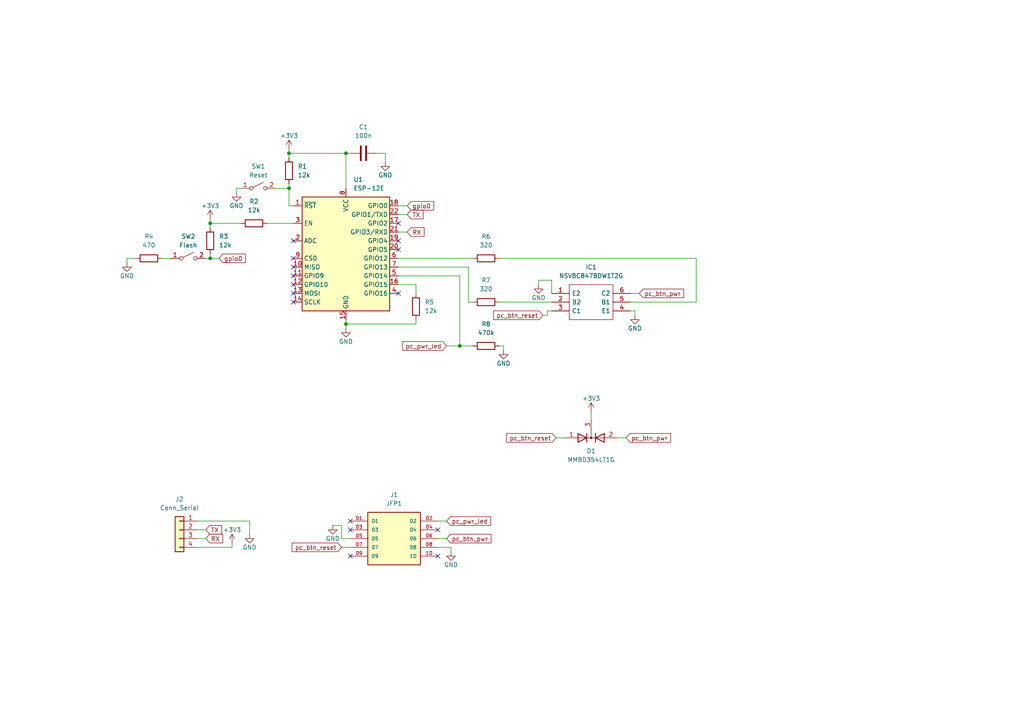
<source format=kicad_sch>
(kicad_sch (version 20230121) (generator eeschema)
  (paper "A4")
  (lib_symbols
    (symbol "Connector_Generic:Conn_01x04" (pin_names (offset 1.016) hide)
      (property "Reference" "J" (at 0 5.08 0))
      (property "Value" "Conn_01x04" (at 0 -7.62 0))
      (symbol "Conn_01x04_1_1"
        (rectangle (start -1.27 -4.953) (end 0 -5.207) (stroke (width 0.1524)))
        (rectangle (start -1.27 -2.413) (end 0 -2.667) (stroke (width 0.1524)))
        (rectangle (start -1.27 0.127) (end 0 -0.127) (stroke (width 0.1524)))
        (rectangle (start -1.27 2.667) (end 0 2.413) (stroke (width 0.1524)))
        (rectangle (start -1.27 3.81) (end 1.27 -6.35) (stroke (width 0.254)) (fill (type background)))
        (pin passive line (at -5.08 2.54 0) (length 3.81) (name "Pin_1") (number "1"))
        (pin passive line (at -5.08 0 0) (length 3.81) (name "Pin_2") (number "2"))
        (pin passive line (at -5.08 -2.54 0) (length 3.81) (name "Pin_3") (number "3"))
        (pin passive line (at -5.08 -5.08 0) (length 3.81) (name "Pin_4") (number "4"))
      )
    )
    (symbol "Device:C" (pin_numbers hide) (pin_names (offset 0.254))
      (property "Reference" "C" (at 0.635 2.54 0))
      (property "Value" "C" (at 0.635 -2.54 0))
      (symbol "C_0_1"
        (polyline (pts (xy -2.032 -0.762) (xy 2.032 -0.762)) (stroke (width 0.508)))
        (polyline (pts (xy -2.032 0.762) (xy 2.032 0.762)) (stroke (width 0.508)))
      )
      (symbol "C_1_1"
        (pin passive line (at 0 3.81 270) (length 2.794) (name "~") (number "1"))
        (pin passive line (at 0 -3.81 90) (length 2.794) (name "~") (number "2"))
      )
    )
    (symbol "Device:R" (pin_numbers hide) (pin_names (offset 0))
      (property "Reference" "R" (at 2.032 0 90))
      (property "Value" "R" (at 0 0 90))
      (symbol "R_0_1"
        (rectangle (start -1.016 -2.54) (end 1.016 2.54) (stroke (width 0.254)))
      )
      (symbol "R_1_1"
        (pin passive line (at 0 3.81 270) (length 1.27) (name "~") (number "1"))
        (pin passive line (at 0 -3.81 90) (length 1.27) (name "~") (number "2"))
      )
    )
    (symbol "Diode:BAV70" (pin_names hide)
      (property "Reference" "D" (at 0.635 -2.54 0))
      (property "Value" "BAV70" (at 0 2.54 0))
      (symbol "BAV70_0_1"
        (polyline (pts (xy -3.81 0) (xy 3.81 0)))
        (polyline (pts (xy 0 0) (xy 0 -2.54)))
        (polyline (pts (xy -1.27 -1.27) (xy -1.27 1.27) (xy -1.27 1.27)) (stroke (width 0.254)))
        (polyline (pts (xy 1.27 -1.27) (xy 1.27 1.27) (xy 1.27 1.27)) (stroke (width 0.254)))
        (polyline (pts (xy -3.81 1.27) (xy -1.27 0) (xy -3.81 -1.27) (xy -3.81 1.27) (xy -3.81 1.27) (xy -3.81 1.27)) (stroke (width 0.254)))
        (polyline (pts (xy 3.81 -1.27) (xy 1.27 0) (xy 3.81 1.27) (xy 3.81 -1.27) (xy 3.81 -1.27) (xy 3.81 -1.27)) (stroke (width 0.254)))
        (circle (center 0 0) (radius 0.254) (fill (type outline)))
        (pin passive line (at -7.62 0 0) (length 3.81) (name "A") (number "1"))
        (pin passive line (at 7.62 0 180) (length 3.81) (name "A") (number "2"))
        (pin passive line (at 0 -5.08 90) (length 2.54) (name "K") (number "3"))
      )
    )
    (symbol "RF_Module:ESP-12E"
      (property "Reference" "U" (at -12.7 19.05 0))
      (property "Value" "ESP-12E" (at 12.7 19.05 0))
      (symbol "ESP-12E_0_1"
        (rectangle (start -12.7 17.78) (end 12.7 -15.24) (stroke (width 0.254)) (fill (type background)))
      )
      (symbol "ESP-12E_1_1"
        (pin input line (at -15.24 15.24 0) (length 2.54) (name "~{RST}") (number "1"))
        (pin bidirectional line (at -15.24 -2.54 0) (length 2.54) (name "MISO") (number "10"))
        (pin bidirectional line (at -15.24 -5.08 0) (length 2.54) (name "GPIO9") (number "11"))
        (pin bidirectional line (at -15.24 -7.62 0) (length 2.54) (name "GPIO10") (number "12"))
        (pin bidirectional line (at -15.24 -10.16 0) (length 2.54) (name "MOSI") (number "13"))
        (pin bidirectional line (at -15.24 -12.7 0) (length 2.54) (name "SCLK") (number "14"))
        (pin power_in line (at 0 -17.78 90) (length 2.54) (name "GND") (number "15"))
        (pin bidirectional line (at 15.24 -7.62 180) (length 2.54) (name "GPIO15") (number "16"))
        (pin bidirectional line (at 15.24 10.16 180) (length 2.54) (name "GPIO2") (number "17"))
        (pin bidirectional line (at 15.24 15.24 180) (length 2.54) (name "GPIO0") (number "18"))
        (pin bidirectional line (at 15.24 5.08 180) (length 2.54) (name "GPIO4") (number "19"))
        (pin input line (at -15.24 5.08 0) (length 2.54) (name "ADC") (number "2"))
        (pin bidirectional line (at 15.24 2.54 180) (length 2.54) (name "GPIO5") (number "20"))
        (pin bidirectional line (at 15.24 7.62 180) (length 2.54) (name "GPIO3/RXD") (number "21"))
        (pin bidirectional line (at 15.24 12.7 180) (length 2.54) (name "GPIO1/TXD") (number "22"))
        (pin input line (at -15.24 10.16 0) (length 2.54) (name "EN") (number "3"))
        (pin bidirectional line (at 15.24 -10.16 180) (length 2.54) (name "GPIO16") (number "4"))
        (pin bidirectional line (at 15.24 -5.08 180) (length 2.54) (name "GPIO14") (number "5"))
        (pin bidirectional line (at 15.24 0 180) (length 2.54) (name "GPIO12") (number "6"))
        (pin bidirectional line (at 15.24 -2.54 180) (length 2.54) (name "GPIO13") (number "7"))
        (pin power_in line (at 0 20.32 270) (length 2.54) (name "VCC") (number "8"))
        (pin input line (at -15.24 0 0) (length 2.54) (name "CS0") (number "9"))
      )
    )
    (symbol "Samacsys:NSVBC847BDW1T2G" (pin_names (offset 0.762))
      (property "Reference" "IC" (at 19.05 7.62 0))
      (property "Value" "NSVBC847BDW1T2G" (at 19.05 5.08 0))
      (symbol "NSVBC847BDW1T2G_0_0"
        (pin passive line (at 0 0 0) (length 5.08) (name "E2") (number "1"))
        (pin passive line (at 0 -2.54 0) (length 5.08) (name "B2") (number "2"))
        (pin passive line (at 0 -5.08 0) (length 5.08) (name "C1") (number "3"))
        (pin passive line (at 22.86 -5.08 180) (length 5.08) (name "E1") (number "4"))
        (pin passive line (at 22.86 -2.54 180) (length 5.08) (name "B1") (number "5"))
        (pin passive line (at 22.86 0 180) (length 5.08) (name "C2") (number "6"))
      )
      (symbol "NSVBC847BDW1T2G_0_1"
        (polyline (pts (xy 5.08 2.54) (xy 17.78 2.54) (xy 17.78 -7.62) (xy 5.08 -7.62) (xy 5.08 2.54)) (stroke (width 0.1524)))
      )
    )
    (symbol "Snapeda:SSQ-105-04-F-D" (pin_names (offset 1.016))
      (property "Reference" "J" (at -8.128 7.62 0))
      (property "Value" "SSQ-105-04-F-D" (at -7.62 -10.16 0))
      (symbol "SSQ-105-04-F-D_0_0"
        (rectangle (start -7.62 -7.62) (end 7.62 7.62) (stroke (width 0.254)) (fill (type background)))
        (pin passive line (at -12.7 5.08 0) (length 5.08) (name "01") (number "01"))
        (pin passive line (at 12.7 5.08 180) (length 5.08) (name "02") (number "02"))
        (pin passive line (at -12.7 2.54 0) (length 5.08) (name "03") (number "03"))
        (pin passive line (at 12.7 2.54 180) (length 5.08) (name "04") (number "04"))
        (pin passive line (at -12.7 0 0) (length 5.08) (name "05") (number "05"))
        (pin passive line (at 12.7 0 180) (length 5.08) (name "06") (number "06"))
        (pin passive line (at -12.7 -2.54 0) (length 5.08) (name "07") (number "07"))
        (pin passive line (at 12.7 -2.54 180) (length 5.08) (name "08") (number "08"))
        (pin passive line (at -12.7 -5.08 0) (length 5.08) (name "09") (number "09"))
        (pin passive line (at 12.7 -5.08 180) (length 5.08) (name "10") (number "10"))
      )
    )
    (symbol "Switch:SW_SPST" (pin_names (offset 0) hide)
      (property "Reference" "SW" (at 0 3.175 0))
      (property "Value" "SW_SPST" (at 0 -2.54 0))
      (symbol "SW_SPST_0_0"
        (circle (center -2.032 0) (radius 0.508))
        (polyline (pts (xy -1.524 0.254) (xy 1.524 1.778)))
        (circle (center 2.032 0) (radius 0.508))
      )
      (symbol "SW_SPST_1_1"
        (pin passive line (at -5.08 0 0) (length 2.54) (name "A") (number "1"))
        (pin passive line (at 5.08 0 180) (length 2.54) (name "B") (number "2"))
      )
    )
    (symbol "power:+3V3" (power) (pin_names (offset 0))
      (property "Value" "+3V3" (at 0 3.556 0))
      (symbol "+3V3_0_1"
        (polyline (pts (xy -0.762 1.27) (xy 0 2.54)))
        (polyline (pts (xy 0 0) (xy 0 2.54)))
        (polyline (pts (xy 0 2.54) (xy 0.762 1.27)))
      )
      (symbol "+3V3_1_1"
        (pin power_in line (at 0 0 90) (length 0) hide (name "+3V3") (number "1"))
      )
    )
    (symbol "power:GND" (power) (pin_names (offset 0))
      (property "Value" "GND" (at 0 -3.81 0))
      (symbol "GND_0_1"
        (polyline (pts (xy 0 0) (xy 0 -1.27) (xy 1.27 -1.27) (xy 0 -2.54) (xy -1.27 -1.27) (xy 0 -1.27)))
      )
      (symbol "GND_1_1"
        (pin power_in line (at 0 0 270) (length 0) hide (name "GND") (number "1"))
      )
    )
  )
  (junction (at 133.35 100.33))
  (junction (at 60.96 64.77))
  (junction (at 100.33 93.98))
  (junction (at 83.82 44.45))
  (junction (at 83.82 54.61))
  (junction (at 60.96 74.93))
  (junction (at 100.33 44.45))
  (no_connect (at 85.09 74.93))
  (no_connect (at 115.57 85.09))
  (no_connect (at 115.57 72.39))
  (no_connect (at 127 153.67))
  (no_connect (at 85.09 87.63))
  (no_connect (at 85.09 85.09))
  (no_connect (at 115.57 64.77))
  (no_connect (at 85.09 80.01))
  (no_connect (at 101.6 153.67))
  (no_connect (at 101.6 161.29))
  (no_connect (at 85.09 82.55))
  (no_connect (at 85.09 69.85))
  (no_connect (at 85.09 77.47))
  (no_connect (at 101.6 151.13))
  (no_connect (at 127 161.29))
  (no_connect (at 115.57 69.85))
  (wire (pts (xy 158.75 91.44) (xy 158.75 90.17)))
  (wire (pts (xy 83.82 54.61) (xy 83.82 59.69)))
  (wire (pts (xy 182.88 85.09) (xy 185.42 85.09)))
  (wire (pts (xy 111.76 44.45) (xy 111.76 46.99)))
  (wire (pts (xy 158.75 90.17) (xy 160.02 90.17)))
  (wire (pts (xy 115.57 82.55) (xy 120.65 82.55)))
  (wire (pts (xy 146.05 100.33) (xy 144.78 100.33)))
  (wire (pts (xy 156.21 82.55) (xy 156.21 81.28)))
  (wire (pts (xy 157.48 91.44) (xy 158.75 91.44)))
  (wire (pts (xy 83.82 44.45) (xy 83.82 45.72)))
  (wire (pts (xy 109.22 44.45) (xy 111.76 44.45)))
  (wire (pts (xy 120.65 82.55) (xy 120.65 85.09)))
  (wire (pts (xy 135.89 77.47) (xy 135.89 87.63)))
  (wire (pts (xy 160.02 81.28) (xy 160.02 85.09)))
  (wire (pts (xy 100.33 93.98) (xy 100.33 92.71)))
  (wire (pts (xy 68.58 54.61) (xy 68.58 55.88)))
  (wire (pts (xy 179.07 127) (xy 181.61 127)))
  (wire (pts (xy 85.09 59.69) (xy 83.82 59.69)))
  (wire (pts (xy 144.78 87.63) (xy 160.02 87.63)))
  (wire (pts (xy 144.78 74.93) (xy 201.93 74.93)))
  (wire (pts (xy 137.16 100.33) (xy 133.35 100.33)))
  (wire (pts (xy 127 151.13) (xy 129.54 151.13)))
  (wire (pts (xy 115.57 67.31) (xy 118.11 67.31)))
  (wire (pts (xy 60.96 74.93) (xy 60.96 73.66)))
  (wire (pts (xy 156.21 81.28) (xy 160.02 81.28)))
  (wire (pts (xy 72.39 151.13) (xy 72.39 154.94)))
  (wire (pts (xy 83.82 43.18) (xy 83.82 44.45)))
  (wire (pts (xy 161.29 127) (xy 163.83 127)))
  (wire (pts (xy 67.31 158.75) (xy 67.31 157.48)))
  (wire (pts (xy 115.57 59.69) (xy 118.11 59.69)))
  (wire (pts (xy 201.93 87.63) (xy 182.88 87.63)))
  (wire (pts (xy 146.05 101.6) (xy 146.05 100.33)))
  (wire (pts (xy 36.83 74.93) (xy 36.83 76.2)))
  (wire (pts (xy 83.82 44.45) (xy 100.33 44.45)))
  (wire (pts (xy 57.15 153.67) (xy 59.69 153.67)))
  (wire (pts (xy 120.65 92.71) (xy 120.65 93.98)))
  (wire (pts (xy 115.57 74.93) (xy 137.16 74.93)))
  (wire (pts (xy 101.6 44.45) (xy 100.33 44.45)))
  (wire (pts (xy 127 156.21) (xy 129.54 156.21)))
  (wire (pts (xy 130.81 158.75) (xy 127 158.75)))
  (wire (pts (xy 130.81 160.02) (xy 130.81 158.75)))
  (wire (pts (xy 115.57 80.01) (xy 133.35 80.01)))
  (wire (pts (xy 135.89 87.63) (xy 137.16 87.63)))
  (wire (pts (xy 115.57 77.47) (xy 135.89 77.47)))
  (wire (pts (xy 201.93 74.93) (xy 201.93 87.63)))
  (wire (pts (xy 171.45 119.38) (xy 171.45 121.92)))
  (wire (pts (xy 68.58 54.61) (xy 69.85 54.61)))
  (wire (pts (xy 83.82 54.61) (xy 83.82 53.34)))
  (wire (pts (xy 99.06 156.21) (xy 101.6 156.21)))
  (wire (pts (xy 57.15 156.21) (xy 59.69 156.21)))
  (wire (pts (xy 77.47 64.77) (xy 85.09 64.77)))
  (wire (pts (xy 39.37 74.93) (xy 36.83 74.93)))
  (wire (pts (xy 184.15 90.17) (xy 184.15 91.44)))
  (wire (pts (xy 99.06 158.75) (xy 101.6 158.75)))
  (wire (pts (xy 80.01 54.61) (xy 83.82 54.61)))
  (wire (pts (xy 59.69 74.93) (xy 60.96 74.93)))
  (wire (pts (xy 129.54 100.33) (xy 133.35 100.33)))
  (wire (pts (xy 57.15 158.75) (xy 67.31 158.75)))
  (wire (pts (xy 182.88 90.17) (xy 184.15 90.17)))
  (wire (pts (xy 96.52 152.4) (xy 99.06 152.4)))
  (wire (pts (xy 60.96 64.77) (xy 60.96 66.04)))
  (wire (pts (xy 60.96 63.5) (xy 60.96 64.77)))
  (wire (pts (xy 63.5 74.93) (xy 60.96 74.93)))
  (wire (pts (xy 69.85 64.77) (xy 60.96 64.77)))
  (wire (pts (xy 115.57 62.23) (xy 118.11 62.23)))
  (wire (pts (xy 120.65 93.98) (xy 100.33 93.98)))
  (wire (pts (xy 57.15 151.13) (xy 72.39 151.13)))
  (wire (pts (xy 100.33 93.98) (xy 100.33 95.25)))
  (wire (pts (xy 46.99 74.93) (xy 49.53 74.93)))
  (wire (pts (xy 133.35 80.01) (xy 133.35 100.33)))
  (wire (pts (xy 100.33 44.45) (xy 100.33 54.61)))
  (wire (pts (xy 99.06 152.4) (xy 99.06 156.21)))
  (global_label "TX" (shape input) (at 59.69 153.67 0) (property "Intersheetrefs" "${INTERSHEET_REFS}" (effects hide)))
  (global_label "pc_btn_reset" (shape input) (at 161.29 127 180) (property "Intersheetrefs" "${INTERSHEET_REFS}" (effects hide)))
  (global_label "RX" (shape input) (at 59.69 156.21 0) (property "Intersheetrefs" "${INTERSHEET_REFS}" (effects hide)))
  (global_label "gpio0" (shape input) (at 118.11 59.69 0) (property "Intersheetrefs" "${INTERSHEET_REFS}" (effects hide)))
  (global_label "pc_btn_pwr" (shape input) (at 181.61 127 0) (property "Intersheetrefs" "${INTERSHEET_REFS}" (effects hide)))
  (global_label "pc_btn_pwr" (shape input) (at 129.54 156.21 0) (property "Intersheetrefs" "${INTERSHEET_REFS}" (effects hide)))
  (global_label "pc_btn_reset" (shape input) (at 157.48 91.44 180) (property "Intersheetrefs" "${INTERSHEET_REFS}" (effects hide)))
  (global_label "pc_btn_reset" (shape input) (at 99.06 158.75 180) (property "Intersheetrefs" "${INTERSHEET_REFS}" (effects hide)))
  (global_label "gpio0" (shape input) (at 63.5 74.93 0) (property "Intersheetrefs" "${INTERSHEET_REFS}" (effects hide)))
  (global_label "pc_pwr_led" (shape input) (at 129.54 100.33 180) (property "Intersheetrefs" "${INTERSHEET_REFS}" (effects hide)))
  (global_label "TX" (shape input) (at 118.11 62.23 0) (property "Intersheetrefs" "${INTERSHEET_REFS}" (effects hide)))
  (global_label "RX" (shape input) (at 118.11 67.31 0) (property "Intersheetrefs" "${INTERSHEET_REFS}" (effects hide)))
  (global_label "pc_pwr_led" (shape input) (at 129.54 151.13 0) (property "Intersheetrefs" "${INTERSHEET_REFS}" (effects hide)))
  (global_label "pc_btn_pwr" (shape input) (at 185.42 85.09 0) (property "Intersheetrefs" "${INTERSHEET_REFS}" (effects hide)))
  (symbol (lib_id "power:+3V3") (at 67.31 157.48 0) (unit 1)
    (property "Reference" "#PWR013" (effects hide))
    (property "Value" "+3V3" (at 67.31 153.67 0))
  )
  (symbol (lib_id "Device:R") (at 43.18 74.93 270) (unit 1)
    (property "Reference" "R4" (at 43.18 68.58 90))
    (property "Value" "470" (at 43.18 71.12 90))
    (property "Footprint" "Resistor_SMD:R_0805_2012Metric_Pad1.20x1.40mm_HandSolder" (effects hide))
  )
  (symbol (lib_id "Device:R") (at 83.82 49.53 0) (unit 1)
    (property "Reference" "R1" (at 86.36 48.26 0) (effects (justify left)))
    (property "Value" "12k" (at 86.36 50.8 0) (effects (justify left)))
    (property "Footprint" "Resistor_SMD:R_0805_2012Metric_Pad1.20x1.40mm_HandSolder" (effects hide))
  )
  (symbol (lib_id "Device:R") (at 140.97 74.93 270) (unit 1)
    (property "Reference" "R6" (at 140.97 68.58 90))
    (property "Value" "320" (at 140.97 71.12 90))
    (property "Footprint" "Resistor_SMD:R_0805_2012Metric_Pad1.20x1.40mm_HandSolder" (effects hide))
  )
  (symbol (lib_id "Switch:SW_SPST") (at 74.93 54.61 0) (unit 1)
    (property "Reference" "SW1" (at 74.93 48.26 0))
    (property "Value" "Reset" (at 74.93 50.8 0))
    (property "Footprint" "Samacsys:RKC2SJF170SMTRLFS" (effects hide))
  )
  (symbol (lib_id "power:+3V3") (at 171.45 119.38 0) (unit 1)
    (property "Reference" "#PWR014" (effects hide))
    (property "Value" "+3V3" (at 171.45 115.57 0))
  )
  (symbol (lib_id "Samacsys:NSVBC847BDW1T2G") (at 160.02 85.09 0) (unit 1)
    (property "Reference" "IC1" (at 171.45 77.47 0))
    (property "Value" "NSVBC847BDW1T2G" (at 171.45 80.01 0))
    (property "Footprint" "Samacsys:SOT65P210X110-6N" (effects hide))
    (property "Datasheet" "https://componentsearchengine.com/Datasheets/1/NSVBC847BDW1T2G.pdf" (effects hide))
    (property "Description" "Bipolar Transistors - BJT Dual NPN Bipolar Transistor" (effects hide))
    (property "Height" "1.1" (effects hide))
    (property "Mouser Part Number" "863-NSVBC847BDW1T2G" (effects hide))
    (property "Mouser Price/Stock" "https://www.mouser.co.uk/ProductDetail/onsemi/NSVBC847BDW1T2G?qs=abmNkq9no6AOwpswuhpBMQ%3D%3D" (effects hide))
    (property "Manufacturer_Name" "onsemi" (effects hide))
    (property "Manufacturer_Part_Number" "NSVBC847BDW1T2G" (effects hide))
  )
  (symbol (lib_id "power:GND") (at 72.39 154.94 0) (unit 1)
    (property "Reference" "#PWR012" (effects hide))
    (property "Value" "GND" (at 72.39 158.75 0))
  )
  (symbol (lib_id "power:GND") (at 184.15 91.44 0) (unit 1)
    (property "Reference" "#PWR07" (effects hide))
    (property "Value" "GND" (at 184.15 95.25 0))
  )
  (symbol (lib_id "Device:C") (at 105.41 44.45 90) (unit 1)
    (property "Reference" "C1" (at 105.41 36.83 90))
    (property "Value" "100n" (at 105.41 39.37 90))
    (property "Footprint" "Capacitor_SMD:C_0805_2012Metric_Pad1.18x1.45mm_HandSolder" (effects hide))
  )
  (symbol (lib_id "Snapeda:SSQ-105-04-F-D") (at 114.3 156.21 0) (unit 1)
    (property "Reference" "J1" (at 114.3 143.51 0))
    (property "Value" "JFP1" (at 114.3 146.05 0))
    (property "Footprint" "Snapeda:SAMTEC_SSQ-105-04-F-D" (effects hide))
    (property "MF" "Samtec" (effects hide))
    (property "Description" "\\n10 Position Receptacle Connector 0.100 (2.54mm) Through Hole Gold\\n" (effects hide))
    (property "Package" "None" (effects hide))
    (property "Price" "None" (effects hide))
    (property "Check_prices" "https://www.snapeda.com/parts/SSQ-105-04-F-D/Samtec/view-part/?ref=eda" (effects hide))
    (property "STANDARD" "Manufacturer Recommendations" (effects hide))
    (property "PARTREV" "R" (effects hide))
    (property "SnapEDA_Link" "https://www.snapeda.com/parts/SSQ-105-04-F-D/Samtec/view-part/?ref=snap" (effects hide))
    (property "MP" "SSQ-105-04-F-D" (effects hide))
    (property "Purchase-URL" "https://www.snapeda.com/api/url_track_click_mouser/?unipart_id=3268372&manufacturer=Samtec&part_name=SSQ-105-04-F-D&search_term=ssq-105-04-f-d" (effects hide))
    (property "Availability" "In Stock" (effects hide))
    (property "MANUFACTURER" "Samtec" (effects hide))
  )
  (symbol (lib_id "power:GND") (at 130.81 160.02 0) (unit 1)
    (property "Reference" "#PWR011" (effects hide))
    (property "Value" "GND" (at 130.81 163.83 0))
  )
  (symbol (lib_id "Device:R") (at 120.65 88.9 180) (unit 1)
    (property "Reference" "R5" (at 123.19 87.63 0) (effects (justify right)))
    (property "Value" "12k" (at 123.19 90.17 0) (effects (justify right)))
    (property "Footprint" "Resistor_SMD:R_0805_2012Metric_Pad1.20x1.40mm_HandSolder" (effects hide))
  )
  (symbol (lib_id "Device:R") (at 73.66 64.77 270) (unit 1)
    (property "Reference" "R2" (at 73.66 58.42 90))
    (property "Value" "12k" (at 73.66 60.96 90))
    (property "Footprint" "Resistor_SMD:R_0805_2012Metric_Pad1.20x1.40mm_HandSolder" (effects hide))
  )
  (symbol (lib_id "Device:R") (at 60.96 69.85 0) (unit 1)
    (property "Reference" "R3" (at 63.5 68.58 0) (effects (justify left)))
    (property "Value" "12k" (at 63.5 71.12 0) (effects (justify left)))
    (property "Footprint" "Resistor_SMD:R_0805_2012Metric_Pad1.20x1.40mm_HandSolder" (effects hide))
  )
  (symbol (lib_id "power:GND") (at 96.52 152.4 0) (unit 1)
    (property "Reference" "#PWR010" (effects hide))
    (property "Value" "GND" (at 96.52 156.21 0))
  )
  (symbol (lib_id "power:GND") (at 36.83 76.2 0) (unit 1)
    (property "Reference" "#PWR06" (effects hide))
    (property "Value" "GND" (at 36.83 80.01 0))
  )
  (symbol (lib_id "Connector_Generic:Conn_01x04") (at 52.07 153.67 0) (mirror y) (unit 1)
    (property "Reference" "J2" (at 52.07 144.78 0))
    (property "Value" "Conn_Serial" (at 52.07 147.32 0))
    (property "Footprint" "Connector_PinHeader_1.27mm:PinHeader_1x04_P1.27mm_Vertical" (effects hide))
  )
  (symbol (lib_id "power:+3V3") (at 60.96 63.5 0) (unit 1)
    (property "Reference" "#PWR05" (effects hide))
    (property "Value" "+3V3" (at 60.96 59.69 0))
  )
  (symbol (lib_id "Switch:SW_SPST") (at 54.61 74.93 0) (unit 1)
    (property "Reference" "SW2" (at 54.61 68.58 0))
    (property "Value" "Flash" (at 54.61 71.12 0))
    (property "Footprint" "Samacsys:RKC2SJF170SMTRLFS" (effects hide))
  )
  (symbol (lib_id "power:GND") (at 156.21 82.55 0) (unit 1)
    (property "Reference" "#PWR08" (effects hide))
    (property "Value" "GND" (at 156.21 86.36 0))
  )
  (symbol (lib_id "power:GND") (at 146.05 101.6 0) (unit 1)
    (property "Reference" "#PWR09" (effects hide))
    (property "Value" "GND" (at 146.05 105.41 0))
  )
  (symbol (lib_id "power:GND") (at 68.58 55.88 0) (unit 1)
    (property "Reference" "#PWR04" (effects hide))
    (property "Value" "GND" (at 68.58 59.69 0))
  )
  (symbol (lib_id "Device:R") (at 140.97 100.33 90) (unit 1)
    (property "Reference" "R8" (at 140.97 93.98 90))
    (property "Value" "470k" (at 140.97 96.52 90))
    (property "Footprint" "Resistor_SMD:R_0805_2012Metric_Pad1.20x1.40mm_HandSolder" (effects hide))
  )
  (symbol (lib_id "power:+3V3") (at 83.82 43.18 0) (unit 1)
    (property "Reference" "#PWR03" (effects hide))
    (property "Value" "+3V3" (at 83.82 39.37 0))
  )
  (symbol (lib_id "Diode:BAV70") (at 171.45 127 0) (mirror x) (unit 1)
    (property "Reference" "D1" (at 171.45 130.81 0))
    (property "Value" "MMBD354LT1G" (at 171.45 133.35 0))
    (property "Footprint" "Package_TO_SOT_SMD:SOT-23" (effects hide))
    (property "Datasheet" "https://www.mouser.at/datasheet/2/308/1/MMBD352LT1_D-2315825.pdf" (effects hide))
    (property "Description" "Diodes - General Purpose, Power, Switching 7V 225mW Dual Common Cathode" (effects hide))
    (property "Height" "1.11" (effects hide))
    (property "Mouser Part Number" "863-MMBD354LT1G" (effects hide))
    (property "Mouser Price/Stock" "https://www.mouser.co.uk/ProductDetail/ON-Semiconductor/MMBD354LT1G?qs=HVbQlW5zcXVglscO4JFsfQ%3D%3D" (effects hide))
    (property "Manufacturer_Name" "onsemi" (effects hide))
    (property "Manufacturer_Part_Number" "MMBD354LT1G" (effects hide))
  )
  (symbol (lib_id "RF_Module:ESP-12E") (at 100.33 74.93 0) (unit 1)
    (property "Reference" "U1" (at 102.5241 52.07 0) (effects (justify left)))
    (property "Value" "ESP-12E" (at 102.5241 54.61 0) (effects (justify left)))
    (property "Footprint" "RF_Module:ESP-12E" (effects hide))
    (property "Datasheet" "http://wiki.ai-thinker.com/_media/esp8266/esp8266_series_modules_user_manual_v1.1.pdf" (effects hide))
  )
  (symbol (lib_id "Device:R") (at 140.97 87.63 90) (unit 1)
    (property "Reference" "R7" (at 140.97 81.28 90))
    (property "Value" "320" (at 140.97 83.82 90))
    (property "Footprint" "Resistor_SMD:R_0805_2012Metric_Pad1.20x1.40mm_HandSolder" (effects hide))
  )
  (symbol (lib_id "power:GND") (at 100.33 95.25 0) (unit 1)
    (property "Reference" "#PWR01" (effects hide))
    (property "Value" "GND" (at 100.33 99.06 0))
  )
  (symbol (lib_id "power:GND") (at 111.76 46.99 0) (unit 1)
    (property "Reference" "#PWR02" (effects hide))
    (property "Value" "GND" (at 111.76 50.8 0))
  )
)
</source>
